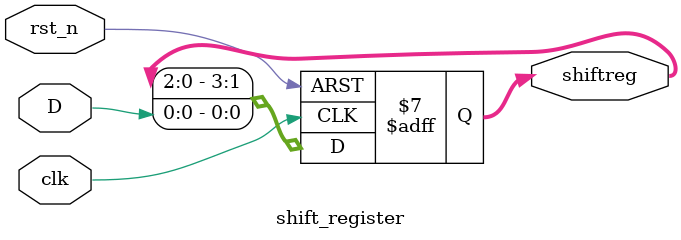
<source format=v>
`timescale 1ns/1ps

module shift_register 
  #(
    parameter DEPTH=4
    )
   (
    input 		   clk,
    input 		   rst_n,
    input 		   D,
    output reg [DEPTH-1:0] shiftreg
    );

   integer            idx;


   initial begin
      	 for (idx=0; idx<(DEPTH-1); idx=idx+1) begin
	    shiftreg[idx] = 0;
	 end
      shiftreg[DEPTH - 1] = 1;
      
   end


   always @(posedge clk, negedge rst_n) begin
      if (!rst_n) begin
	 // Reset behavior:
	 for (idx=0; idx<(DEPTH-1); idx=idx+1) begin
	    shiftreg[idx] <= 0;
	 end
	 shiftreg[DEPTH-1] <= 1;
	 
      end
      else begin
	 // Normal behavior:
	 shiftreg[0] <= D;
      
	 for (idx=1; idx<DEPTH; idx=idx+1) begin
	    shiftreg[idx] <= shiftreg[idx-1];
	 end
      end
   end
endmodule



</source>
